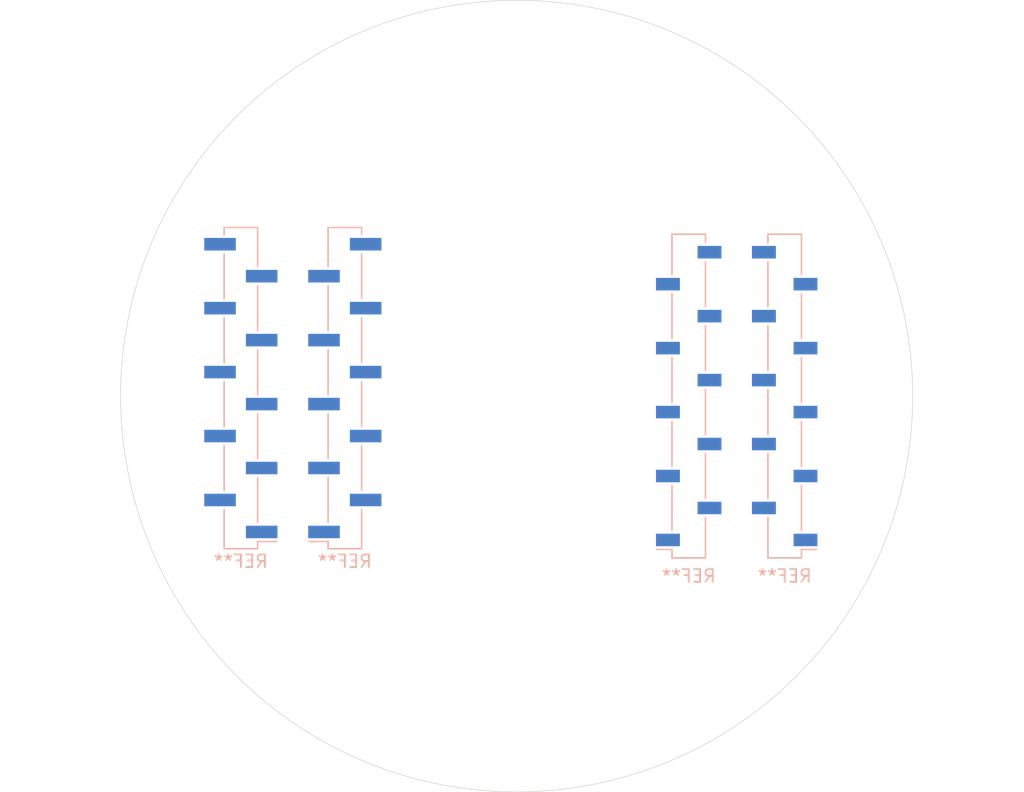
<source format=kicad_pcb>
(kicad_pcb (version 20171130) (host pcbnew 5.1.4-e60b266~84~ubuntu18.04.1)

  (general
    (thickness 1.6)
    (drawings 1)
    (tracks 0)
    (zones 0)
    (modules 4)
    (nets 1)
  )

  (page A4)
  (layers
    (0 F.Cu signal)
    (31 B.Cu signal)
    (32 B.Adhes user)
    (33 F.Adhes user)
    (34 B.Paste user)
    (35 F.Paste user)
    (36 B.SilkS user)
    (37 F.SilkS user)
    (38 B.Mask user)
    (39 F.Mask user)
    (40 Dwgs.User user)
    (41 Cmts.User user)
    (42 Eco1.User user)
    (43 Eco2.User user)
    (44 Edge.Cuts user)
    (45 Margin user)
    (46 B.CrtYd user)
    (47 F.CrtYd user)
    (48 B.Fab user)
    (49 F.Fab user)
  )

  (setup
    (last_trace_width 0.25)
    (trace_clearance 0.2)
    (zone_clearance 0.508)
    (zone_45_only no)
    (trace_min 0.2)
    (via_size 0.8)
    (via_drill 0.4)
    (via_min_size 0.4)
    (via_min_drill 0.3)
    (uvia_size 0.3)
    (uvia_drill 0.1)
    (uvias_allowed no)
    (uvia_min_size 0.2)
    (uvia_min_drill 0.1)
    (edge_width 0.05)
    (segment_width 0.2)
    (pcb_text_width 0.3)
    (pcb_text_size 1.5 1.5)
    (mod_edge_width 0.12)
    (mod_text_size 1 1)
    (mod_text_width 0.15)
    (pad_size 1.524 1.524)
    (pad_drill 0.762)
    (pad_to_mask_clearance 0.051)
    (solder_mask_min_width 0.25)
    (aux_axis_origin 0 0)
    (visible_elements FFFFFF7F)
    (pcbplotparams
      (layerselection 0x010fc_ffffffff)
      (usegerberextensions false)
      (usegerberattributes false)
      (usegerberadvancedattributes false)
      (creategerberjobfile false)
      (excludeedgelayer true)
      (linewidth 0.100000)
      (plotframeref false)
      (viasonmask false)
      (mode 1)
      (useauxorigin false)
      (hpglpennumber 1)
      (hpglpenspeed 20)
      (hpglpendiameter 15.000000)
      (psnegative false)
      (psa4output false)
      (plotreference true)
      (plotvalue true)
      (plotinvisibletext false)
      (padsonsilk false)
      (subtractmaskfromsilk false)
      (outputformat 1)
      (mirror false)
      (drillshape 1)
      (scaleselection 1)
      (outputdirectory ""))
  )

  (net 0 "")

  (net_class Default "This is the default net class."
    (clearance 0.2)
    (trace_width 0.25)
    (via_dia 0.8)
    (via_drill 0.4)
    (uvia_dia 0.3)
    (uvia_drill 0.1)
  )

  (module Connector_PinSocket_2.54mm:PinSocket_1x10_P2.54mm_Vertical_SMD_Pin1Right (layer B.Cu) (tedit 5A19A42F) (tstamp 5DA6A46C)
    (at 178.435 95.25)
    (descr "surface-mounted straight socket strip, 1x10, 2.54mm pitch, single row, style 2 (pin 1 right) (https://cdn.harwin.com/pdfs/M20-786.pdf), script generated")
    (tags "Surface mounted socket strip SMD 1x10 2.54mm single row style2 pin1 right")
    (attr smd)
    (fp_text reference REF** (at 0 14.3) (layer B.SilkS)
      (effects (font (size 1 1) (thickness 0.15)) (justify mirror))
    )
    (fp_text value PinSocket_1x10_P2.54mm_Vertical_SMD_Pin1Right (at 0 -14.3) (layer B.Fab)
      (effects (font (size 1 1) (thickness 0.15)) (justify mirror))
    )
    (fp_text user %R (at 0 0 -90) (layer B.Fab)
      (effects (font (size 1 1) (thickness 0.15)) (justify mirror))
    )
    (fp_line (start -3.1 -13.3) (end -3.1 13.3) (layer B.CrtYd) (width 0.05))
    (fp_line (start 3.1 -13.3) (end -3.1 -13.3) (layer B.CrtYd) (width 0.05))
    (fp_line (start 3.1 13.3) (end 3.1 -13.3) (layer B.CrtYd) (width 0.05))
    (fp_line (start -3.1 13.3) (end 3.1 13.3) (layer B.CrtYd) (width 0.05))
    (fp_line (start -2.27 -11.73) (end -2.27 -11.13) (layer B.Fab) (width 0.1))
    (fp_line (start -1.27 -11.73) (end -2.27 -11.73) (layer B.Fab) (width 0.1))
    (fp_line (start -2.27 -11.13) (end -1.27 -11.13) (layer B.Fab) (width 0.1))
    (fp_line (start 2.27 -9.19) (end 1.27 -9.19) (layer B.Fab) (width 0.1))
    (fp_line (start 2.27 -8.59) (end 2.27 -9.19) (layer B.Fab) (width 0.1))
    (fp_line (start 1.27 -8.59) (end 2.27 -8.59) (layer B.Fab) (width 0.1))
    (fp_line (start -2.27 -6.65) (end -2.27 -6.05) (layer B.Fab) (width 0.1))
    (fp_line (start -1.27 -6.65) (end -2.27 -6.65) (layer B.Fab) (width 0.1))
    (fp_line (start -2.27 -6.05) (end -1.27 -6.05) (layer B.Fab) (width 0.1))
    (fp_line (start 2.27 -4.11) (end 1.27 -4.11) (layer B.Fab) (width 0.1))
    (fp_line (start 2.27 -3.51) (end 2.27 -4.11) (layer B.Fab) (width 0.1))
    (fp_line (start 1.27 -3.51) (end 2.27 -3.51) (layer B.Fab) (width 0.1))
    (fp_line (start -2.27 -1.57) (end -2.27 -0.97) (layer B.Fab) (width 0.1))
    (fp_line (start -1.27 -1.57) (end -2.27 -1.57) (layer B.Fab) (width 0.1))
    (fp_line (start -2.27 -0.97) (end -1.27 -0.97) (layer B.Fab) (width 0.1))
    (fp_line (start 2.27 0.97) (end 1.27 0.97) (layer B.Fab) (width 0.1))
    (fp_line (start 2.27 1.57) (end 2.27 0.97) (layer B.Fab) (width 0.1))
    (fp_line (start 1.27 1.57) (end 2.27 1.57) (layer B.Fab) (width 0.1))
    (fp_line (start -2.27 3.51) (end -2.27 4.11) (layer B.Fab) (width 0.1))
    (fp_line (start -1.27 3.51) (end -2.27 3.51) (layer B.Fab) (width 0.1))
    (fp_line (start -2.27 4.11) (end -1.27 4.11) (layer B.Fab) (width 0.1))
    (fp_line (start 2.27 6.05) (end 1.27 6.05) (layer B.Fab) (width 0.1))
    (fp_line (start 2.27 6.65) (end 2.27 6.05) (layer B.Fab) (width 0.1))
    (fp_line (start 1.27 6.65) (end 2.27 6.65) (layer B.Fab) (width 0.1))
    (fp_line (start -2.27 8.59) (end -2.27 9.19) (layer B.Fab) (width 0.1))
    (fp_line (start -1.27 8.59) (end -2.27 8.59) (layer B.Fab) (width 0.1))
    (fp_line (start -2.27 9.19) (end -1.27 9.19) (layer B.Fab) (width 0.1))
    (fp_line (start 2.27 11.13) (end 1.27 11.13) (layer B.Fab) (width 0.1))
    (fp_line (start 2.27 11.73) (end 2.27 11.13) (layer B.Fab) (width 0.1))
    (fp_line (start 1.27 11.73) (end 2.27 11.73) (layer B.Fab) (width 0.1))
    (fp_line (start -1.27 -12.8) (end -1.27 12.8) (layer B.Fab) (width 0.1))
    (fp_line (start 1.27 -12.8) (end -1.27 -12.8) (layer B.Fab) (width 0.1))
    (fp_line (start 1.27 12.165) (end 1.27 -12.8) (layer B.Fab) (width 0.1))
    (fp_line (start 0.635 12.8) (end 1.27 12.165) (layer B.Fab) (width 0.1))
    (fp_line (start -1.27 12.8) (end 0.635 12.8) (layer B.Fab) (width 0.1))
    (fp_line (start 1.33 12.19) (end 2.54 12.19) (layer B.SilkS) (width 0.12))
    (fp_line (start -1.33 -12.19) (end -1.33 -12.86) (layer B.SilkS) (width 0.12))
    (fp_line (start -1.33 -7.11) (end -1.33 -10.67) (layer B.SilkS) (width 0.12))
    (fp_line (start -1.33 -2.03) (end -1.33 -5.59) (layer B.SilkS) (width 0.12))
    (fp_line (start -1.33 3.05) (end -1.33 -0.51) (layer B.SilkS) (width 0.12))
    (fp_line (start -1.33 8.13) (end -1.33 4.57) (layer B.SilkS) (width 0.12))
    (fp_line (start -1.33 12.86) (end -1.33 9.65) (layer B.SilkS) (width 0.12))
    (fp_line (start -1.33 -12.86) (end 1.33 -12.86) (layer B.SilkS) (width 0.12))
    (fp_line (start 1.33 -9.65) (end 1.33 -12.86) (layer B.SilkS) (width 0.12))
    (fp_line (start 1.33 -4.57) (end 1.33 -8.13) (layer B.SilkS) (width 0.12))
    (fp_line (start 1.33 0.51) (end 1.33 -3.05) (layer B.SilkS) (width 0.12))
    (fp_line (start 1.33 5.59) (end 1.33 2.03) (layer B.SilkS) (width 0.12))
    (fp_line (start 1.33 10.67) (end 1.33 7.11) (layer B.SilkS) (width 0.12))
    (fp_line (start 1.33 12.86) (end 1.33 12.19) (layer B.SilkS) (width 0.12))
    (fp_line (start -1.33 12.86) (end 1.33 12.86) (layer B.SilkS) (width 0.12))
    (pad 9 smd rect (at 1.65 -8.89) (size 1.9 1) (layers B.Cu B.Paste B.Mask))
    (pad 7 smd rect (at 1.65 -3.81) (size 1.9 1) (layers B.Cu B.Paste B.Mask))
    (pad 5 smd rect (at 1.65 1.27) (size 1.9 1) (layers B.Cu B.Paste B.Mask))
    (pad 3 smd rect (at 1.65 6.35) (size 1.9 1) (layers B.Cu B.Paste B.Mask))
    (pad 1 smd rect (at 1.65 11.43) (size 1.9 1) (layers B.Cu B.Paste B.Mask))
    (pad 10 smd rect (at -1.65 -11.43) (size 1.9 1) (layers B.Cu B.Paste B.Mask))
    (pad 8 smd rect (at -1.65 -6.35) (size 1.9 1) (layers B.Cu B.Paste B.Mask))
    (pad 6 smd rect (at -1.65 -1.27) (size 1.9 1) (layers B.Cu B.Paste B.Mask))
    (pad 4 smd rect (at -1.65 3.81) (size 1.9 1) (layers B.Cu B.Paste B.Mask))
    (pad 2 smd rect (at -1.65 8.89) (size 1.9 1) (layers B.Cu B.Paste B.Mask))
    (model ${KISYS3DMOD}/Connector_PinSocket_2.54mm.3dshapes/PinSocket_1x10_P2.54mm_Vertical_SMD_Pin1Right.wrl
      (at (xyz 0 0 0))
      (scale (xyz 1 1 1))
      (rotate (xyz 0 0 0))
    )
  )

  (module Connector_PinHeader_2.54mm:PinHeader_1x10_P2.54mm_Vertical_SMD_Pin1Right (layer B.Cu) (tedit 59FED5CC) (tstamp 5DA6A39F)
    (at 135.255 94.615)
    (descr "surface-mounted straight pin header, 1x10, 2.54mm pitch, single row, style 2 (pin 1 right)")
    (tags "Surface mounted pin header SMD 1x10 2.54mm single row style2 pin1 right")
    (attr smd)
    (fp_text reference REF** (at 0 13.76) (layer B.SilkS)
      (effects (font (size 1 1) (thickness 0.15)) (justify mirror))
    )
    (fp_text value PinHeader_1x10_P2.54mm_Vertical_SMD_Pin1Right (at 0 -13.76) (layer B.Fab)
      (effects (font (size 1 1) (thickness 0.15)) (justify mirror))
    )
    (fp_text user %R (at 0 0 -90) (layer B.Fab)
      (effects (font (size 1 1) (thickness 0.15)) (justify mirror))
    )
    (fp_line (start 3.45 13.2) (end -3.45 13.2) (layer B.CrtYd) (width 0.05))
    (fp_line (start 3.45 -13.2) (end 3.45 13.2) (layer B.CrtYd) (width 0.05))
    (fp_line (start -3.45 -13.2) (end 3.45 -13.2) (layer B.CrtYd) (width 0.05))
    (fp_line (start -3.45 13.2) (end -3.45 -13.2) (layer B.CrtYd) (width 0.05))
    (fp_line (start -1.33 -7.11) (end -1.33 -10.67) (layer B.SilkS) (width 0.12))
    (fp_line (start -1.33 -2.03) (end -1.33 -5.59) (layer B.SilkS) (width 0.12))
    (fp_line (start -1.33 3.05) (end -1.33 -0.51) (layer B.SilkS) (width 0.12))
    (fp_line (start -1.33 8.13) (end -1.33 4.57) (layer B.SilkS) (width 0.12))
    (fp_line (start -1.33 -12.19) (end -1.33 -12.76) (layer B.SilkS) (width 0.12))
    (fp_line (start 1.33 12.76) (end 1.33 12.19) (layer B.SilkS) (width 0.12))
    (fp_line (start 1.33 12.19) (end 2.85 12.19) (layer B.SilkS) (width 0.12))
    (fp_line (start -1.33 12.76) (end -1.33 9.65) (layer B.SilkS) (width 0.12))
    (fp_line (start 1.33 -9.65) (end 1.33 -12.76) (layer B.SilkS) (width 0.12))
    (fp_line (start 1.33 -4.57) (end 1.33 -8.13) (layer B.SilkS) (width 0.12))
    (fp_line (start 1.33 0.51) (end 1.33 -3.05) (layer B.SilkS) (width 0.12))
    (fp_line (start 1.33 5.59) (end 1.33 2.03) (layer B.SilkS) (width 0.12))
    (fp_line (start 1.33 10.67) (end 1.33 7.11) (layer B.SilkS) (width 0.12))
    (fp_line (start -1.33 -12.76) (end 1.33 -12.76) (layer B.SilkS) (width 0.12))
    (fp_line (start -1.33 12.76) (end 1.33 12.76) (layer B.SilkS) (width 0.12))
    (fp_line (start 2.54 -9.21) (end 1.27 -9.21) (layer B.Fab) (width 0.1))
    (fp_line (start 2.54 -8.57) (end 2.54 -9.21) (layer B.Fab) (width 0.1))
    (fp_line (start 1.27 -8.57) (end 2.54 -8.57) (layer B.Fab) (width 0.1))
    (fp_line (start 2.54 -4.13) (end 1.27 -4.13) (layer B.Fab) (width 0.1))
    (fp_line (start 2.54 -3.49) (end 2.54 -4.13) (layer B.Fab) (width 0.1))
    (fp_line (start 1.27 -3.49) (end 2.54 -3.49) (layer B.Fab) (width 0.1))
    (fp_line (start 2.54 0.95) (end 1.27 0.95) (layer B.Fab) (width 0.1))
    (fp_line (start 2.54 1.59) (end 2.54 0.95) (layer B.Fab) (width 0.1))
    (fp_line (start 1.27 1.59) (end 2.54 1.59) (layer B.Fab) (width 0.1))
    (fp_line (start 2.54 6.03) (end 1.27 6.03) (layer B.Fab) (width 0.1))
    (fp_line (start 2.54 6.67) (end 2.54 6.03) (layer B.Fab) (width 0.1))
    (fp_line (start 1.27 6.67) (end 2.54 6.67) (layer B.Fab) (width 0.1))
    (fp_line (start 2.54 11.11) (end 1.27 11.11) (layer B.Fab) (width 0.1))
    (fp_line (start 2.54 11.75) (end 2.54 11.11) (layer B.Fab) (width 0.1))
    (fp_line (start 1.27 11.75) (end 2.54 11.75) (layer B.Fab) (width 0.1))
    (fp_line (start -2.54 -11.75) (end -1.27 -11.75) (layer B.Fab) (width 0.1))
    (fp_line (start -2.54 -11.11) (end -2.54 -11.75) (layer B.Fab) (width 0.1))
    (fp_line (start -1.27 -11.11) (end -2.54 -11.11) (layer B.Fab) (width 0.1))
    (fp_line (start -2.54 -6.67) (end -1.27 -6.67) (layer B.Fab) (width 0.1))
    (fp_line (start -2.54 -6.03) (end -2.54 -6.67) (layer B.Fab) (width 0.1))
    (fp_line (start -1.27 -6.03) (end -2.54 -6.03) (layer B.Fab) (width 0.1))
    (fp_line (start -2.54 -1.59) (end -1.27 -1.59) (layer B.Fab) (width 0.1))
    (fp_line (start -2.54 -0.95) (end -2.54 -1.59) (layer B.Fab) (width 0.1))
    (fp_line (start -1.27 -0.95) (end -2.54 -0.95) (layer B.Fab) (width 0.1))
    (fp_line (start -2.54 3.49) (end -1.27 3.49) (layer B.Fab) (width 0.1))
    (fp_line (start -2.54 4.13) (end -2.54 3.49) (layer B.Fab) (width 0.1))
    (fp_line (start -1.27 4.13) (end -2.54 4.13) (layer B.Fab) (width 0.1))
    (fp_line (start -2.54 8.57) (end -1.27 8.57) (layer B.Fab) (width 0.1))
    (fp_line (start -2.54 9.21) (end -2.54 8.57) (layer B.Fab) (width 0.1))
    (fp_line (start -1.27 9.21) (end -2.54 9.21) (layer B.Fab) (width 0.1))
    (fp_line (start -1.27 12.7) (end -1.27 -12.7) (layer B.Fab) (width 0.1))
    (fp_line (start 1.27 11.75) (end 0.32 12.7) (layer B.Fab) (width 0.1))
    (fp_line (start 1.27 -12.7) (end 1.27 11.75) (layer B.Fab) (width 0.1))
    (fp_line (start -1.27 12.7) (end 0.32 12.7) (layer B.Fab) (width 0.1))
    (fp_line (start 1.27 -12.7) (end -1.27 -12.7) (layer B.Fab) (width 0.1))
    (pad 9 smd rect (at 1.655 -8.89) (size 2.51 1) (layers B.Cu B.Paste B.Mask))
    (pad 7 smd rect (at 1.655 -3.81) (size 2.51 1) (layers B.Cu B.Paste B.Mask))
    (pad 5 smd rect (at 1.655 1.27) (size 2.51 1) (layers B.Cu B.Paste B.Mask))
    (pad 3 smd rect (at 1.655 6.35) (size 2.51 1) (layers B.Cu B.Paste B.Mask))
    (pad 1 smd rect (at 1.655 11.43) (size 2.51 1) (layers B.Cu B.Paste B.Mask))
    (pad 10 smd rect (at -1.655 -11.43) (size 2.51 1) (layers B.Cu B.Paste B.Mask))
    (pad 8 smd rect (at -1.655 -6.35) (size 2.51 1) (layers B.Cu B.Paste B.Mask))
    (pad 6 smd rect (at -1.655 -1.27) (size 2.51 1) (layers B.Cu B.Paste B.Mask))
    (pad 4 smd rect (at -1.655 3.81) (size 2.51 1) (layers B.Cu B.Paste B.Mask))
    (pad 2 smd rect (at -1.655 8.89) (size 2.51 1) (layers B.Cu B.Paste B.Mask))
    (model ${KISYS3DMOD}/Connector_PinHeader_2.54mm.3dshapes/PinHeader_1x10_P2.54mm_Vertical_SMD_Pin1Right.wrl
      (at (xyz 0 0 0))
      (scale (xyz 1 1 1))
      (rotate (xyz 0 0 0))
    )
  )

  (module Connector_PinSocket_2.54mm:PinSocket_1x10_P2.54mm_Vertical_SMD_Pin1Left (layer B.Cu) (tedit 5A19A422) (tstamp 5DA6A200)
    (at 170.815 95.25)
    (descr "surface-mounted straight socket strip, 1x10, 2.54mm pitch, single row, style 1 (pin 1 left) (https://cdn.harwin.com/pdfs/M20-786.pdf), script generated")
    (tags "Surface mounted socket strip SMD 1x10 2.54mm single row style1 pin1 left")
    (attr smd)
    (fp_text reference REF** (at 0 14.3) (layer B.SilkS)
      (effects (font (size 1 1) (thickness 0.15)) (justify mirror))
    )
    (fp_text value PinSocket_1x10_P2.54mm_Vertical_SMD_Pin1Left (at 0 -14.3) (layer B.Fab)
      (effects (font (size 1 1) (thickness 0.15)) (justify mirror))
    )
    (fp_text user %R (at 0 0 -90) (layer B.Fab)
      (effects (font (size 1 1) (thickness 0.15)) (justify mirror))
    )
    (fp_line (start -3.1 -13.3) (end -3.1 13.3) (layer B.CrtYd) (width 0.05))
    (fp_line (start 3.1 -13.3) (end -3.1 -13.3) (layer B.CrtYd) (width 0.05))
    (fp_line (start 3.1 13.3) (end 3.1 -13.3) (layer B.CrtYd) (width 0.05))
    (fp_line (start -3.1 13.3) (end 3.1 13.3) (layer B.CrtYd) (width 0.05))
    (fp_line (start 2.27 -11.73) (end 1.27 -11.73) (layer B.Fab) (width 0.1))
    (fp_line (start 2.27 -11.13) (end 2.27 -11.73) (layer B.Fab) (width 0.1))
    (fp_line (start 1.27 -11.13) (end 2.27 -11.13) (layer B.Fab) (width 0.1))
    (fp_line (start -2.27 -9.19) (end -2.27 -8.59) (layer B.Fab) (width 0.1))
    (fp_line (start -1.27 -9.19) (end -2.27 -9.19) (layer B.Fab) (width 0.1))
    (fp_line (start -2.27 -8.59) (end -1.27 -8.59) (layer B.Fab) (width 0.1))
    (fp_line (start 2.27 -6.65) (end 1.27 -6.65) (layer B.Fab) (width 0.1))
    (fp_line (start 2.27 -6.05) (end 2.27 -6.65) (layer B.Fab) (width 0.1))
    (fp_line (start 1.27 -6.05) (end 2.27 -6.05) (layer B.Fab) (width 0.1))
    (fp_line (start -2.27 -4.11) (end -2.27 -3.51) (layer B.Fab) (width 0.1))
    (fp_line (start -1.27 -4.11) (end -2.27 -4.11) (layer B.Fab) (width 0.1))
    (fp_line (start -2.27 -3.51) (end -1.27 -3.51) (layer B.Fab) (width 0.1))
    (fp_line (start 2.27 -1.57) (end 1.27 -1.57) (layer B.Fab) (width 0.1))
    (fp_line (start 2.27 -0.97) (end 2.27 -1.57) (layer B.Fab) (width 0.1))
    (fp_line (start 1.27 -0.97) (end 2.27 -0.97) (layer B.Fab) (width 0.1))
    (fp_line (start -2.27 0.97) (end -2.27 1.57) (layer B.Fab) (width 0.1))
    (fp_line (start -1.27 0.97) (end -2.27 0.97) (layer B.Fab) (width 0.1))
    (fp_line (start -2.27 1.57) (end -1.27 1.57) (layer B.Fab) (width 0.1))
    (fp_line (start 2.27 3.51) (end 1.27 3.51) (layer B.Fab) (width 0.1))
    (fp_line (start 2.27 4.11) (end 2.27 3.51) (layer B.Fab) (width 0.1))
    (fp_line (start 1.27 4.11) (end 2.27 4.11) (layer B.Fab) (width 0.1))
    (fp_line (start -2.27 6.05) (end -2.27 6.65) (layer B.Fab) (width 0.1))
    (fp_line (start -1.27 6.05) (end -2.27 6.05) (layer B.Fab) (width 0.1))
    (fp_line (start -2.27 6.65) (end -1.27 6.65) (layer B.Fab) (width 0.1))
    (fp_line (start 2.27 8.59) (end 1.27 8.59) (layer B.Fab) (width 0.1))
    (fp_line (start 2.27 9.19) (end 2.27 8.59) (layer B.Fab) (width 0.1))
    (fp_line (start 1.27 9.19) (end 2.27 9.19) (layer B.Fab) (width 0.1))
    (fp_line (start -2.27 11.13) (end -2.27 11.73) (layer B.Fab) (width 0.1))
    (fp_line (start -1.27 11.13) (end -2.27 11.13) (layer B.Fab) (width 0.1))
    (fp_line (start -2.27 11.73) (end -1.27 11.73) (layer B.Fab) (width 0.1))
    (fp_line (start -1.27 12.165) (end -0.635 12.8) (layer B.Fab) (width 0.1))
    (fp_line (start -1.27 -12.8) (end -1.27 12.165) (layer B.Fab) (width 0.1))
    (fp_line (start 1.27 -12.8) (end -1.27 -12.8) (layer B.Fab) (width 0.1))
    (fp_line (start 1.27 12.8) (end 1.27 -12.8) (layer B.Fab) (width 0.1))
    (fp_line (start -0.635 12.8) (end 1.27 12.8) (layer B.Fab) (width 0.1))
    (fp_line (start -2.54 12.19) (end -1.33 12.19) (layer B.SilkS) (width 0.12))
    (fp_line (start -1.33 -9.65) (end -1.33 -12.86) (layer B.SilkS) (width 0.12))
    (fp_line (start -1.33 -4.57) (end -1.33 -8.13) (layer B.SilkS) (width 0.12))
    (fp_line (start -1.33 0.51) (end -1.33 -3.05) (layer B.SilkS) (width 0.12))
    (fp_line (start -1.33 5.59) (end -1.33 2.03) (layer B.SilkS) (width 0.12))
    (fp_line (start -1.33 10.67) (end -1.33 7.11) (layer B.SilkS) (width 0.12))
    (fp_line (start -1.33 12.86) (end -1.33 12.19) (layer B.SilkS) (width 0.12))
    (fp_line (start -1.33 -12.86) (end 1.33 -12.86) (layer B.SilkS) (width 0.12))
    (fp_line (start 1.33 -12.19) (end 1.33 -12.86) (layer B.SilkS) (width 0.12))
    (fp_line (start 1.33 -7.11) (end 1.33 -10.67) (layer B.SilkS) (width 0.12))
    (fp_line (start 1.33 -2.03) (end 1.33 -5.59) (layer B.SilkS) (width 0.12))
    (fp_line (start 1.33 3.05) (end 1.33 -0.51) (layer B.SilkS) (width 0.12))
    (fp_line (start 1.33 8.13) (end 1.33 4.57) (layer B.SilkS) (width 0.12))
    (fp_line (start 1.33 12.86) (end 1.33 9.65) (layer B.SilkS) (width 0.12))
    (fp_line (start -1.33 12.86) (end 1.33 12.86) (layer B.SilkS) (width 0.12))
    (pad 10 smd rect (at 1.65 -11.43) (size 1.9 1) (layers B.Cu B.Paste B.Mask))
    (pad 8 smd rect (at 1.65 -6.35) (size 1.9 1) (layers B.Cu B.Paste B.Mask))
    (pad 6 smd rect (at 1.65 -1.27) (size 1.9 1) (layers B.Cu B.Paste B.Mask))
    (pad 4 smd rect (at 1.65 3.81) (size 1.9 1) (layers B.Cu B.Paste B.Mask))
    (pad 2 smd rect (at 1.65 8.89) (size 1.9 1) (layers B.Cu B.Paste B.Mask))
    (pad 9 smd rect (at -1.65 -8.89) (size 1.9 1) (layers B.Cu B.Paste B.Mask))
    (pad 7 smd rect (at -1.65 -3.81) (size 1.9 1) (layers B.Cu B.Paste B.Mask))
    (pad 5 smd rect (at -1.65 1.27) (size 1.9 1) (layers B.Cu B.Paste B.Mask))
    (pad 3 smd rect (at -1.65 6.35) (size 1.9 1) (layers B.Cu B.Paste B.Mask))
    (pad 1 smd rect (at -1.65 11.43) (size 1.9 1) (layers B.Cu B.Paste B.Mask))
    (model ${KISYS3DMOD}/Connector_PinSocket_2.54mm.3dshapes/PinSocket_1x10_P2.54mm_Vertical_SMD_Pin1Left.wrl
      (at (xyz 0 0 0))
      (scale (xyz 1 1 1))
      (rotate (xyz 0 0 0))
    )
  )

  (module Connector_PinHeader_2.54mm:PinHeader_1x10_P2.54mm_Vertical_SMD_Pin1Left (layer B.Cu) (tedit 59FED5CC) (tstamp 5DA6A0B5)
    (at 143.51 94.615)
    (descr "surface-mounted straight pin header, 1x10, 2.54mm pitch, single row, style 1 (pin 1 left)")
    (tags "Surface mounted pin header SMD 1x10 2.54mm single row style1 pin1 left")
    (attr smd)
    (fp_text reference REF** (at 0 13.76) (layer B.SilkS)
      (effects (font (size 1 1) (thickness 0.15)) (justify mirror))
    )
    (fp_text value PinHeader_1x10_P2.54mm_Vertical_SMD_Pin1Left (at 0 -13.76) (layer B.Fab)
      (effects (font (size 1 1) (thickness 0.15)) (justify mirror))
    )
    (fp_text user %R (at 0 0 90) (layer F.Fab)
      (effects (font (size 1 1) (thickness 0.15)))
    )
    (fp_line (start 3.45 13.2) (end -3.45 13.2) (layer B.CrtYd) (width 0.05))
    (fp_line (start 3.45 -13.2) (end 3.45 13.2) (layer B.CrtYd) (width 0.05))
    (fp_line (start -3.45 -13.2) (end 3.45 -13.2) (layer B.CrtYd) (width 0.05))
    (fp_line (start -3.45 13.2) (end -3.45 -13.2) (layer B.CrtYd) (width 0.05))
    (fp_line (start -1.33 -9.65) (end -1.33 -12.76) (layer B.SilkS) (width 0.12))
    (fp_line (start -1.33 -4.57) (end -1.33 -8.13) (layer B.SilkS) (width 0.12))
    (fp_line (start -1.33 0.51) (end -1.33 -3.05) (layer B.SilkS) (width 0.12))
    (fp_line (start -1.33 5.59) (end -1.33 2.03) (layer B.SilkS) (width 0.12))
    (fp_line (start -1.33 10.67) (end -1.33 7.11) (layer B.SilkS) (width 0.12))
    (fp_line (start 1.33 -7.11) (end 1.33 -10.67) (layer B.SilkS) (width 0.12))
    (fp_line (start 1.33 -2.03) (end 1.33 -5.59) (layer B.SilkS) (width 0.12))
    (fp_line (start 1.33 3.05) (end 1.33 -0.51) (layer B.SilkS) (width 0.12))
    (fp_line (start 1.33 8.13) (end 1.33 4.57) (layer B.SilkS) (width 0.12))
    (fp_line (start 1.33 -12.19) (end 1.33 -12.76) (layer B.SilkS) (width 0.12))
    (fp_line (start -1.33 12.76) (end -1.33 12.19) (layer B.SilkS) (width 0.12))
    (fp_line (start -1.33 12.19) (end -2.85 12.19) (layer B.SilkS) (width 0.12))
    (fp_line (start 1.33 12.76) (end 1.33 9.65) (layer B.SilkS) (width 0.12))
    (fp_line (start -1.33 -12.76) (end 1.33 -12.76) (layer B.SilkS) (width 0.12))
    (fp_line (start -1.33 12.76) (end 1.33 12.76) (layer B.SilkS) (width 0.12))
    (fp_line (start 2.54 -11.75) (end 1.27 -11.75) (layer B.Fab) (width 0.1))
    (fp_line (start 2.54 -11.11) (end 2.54 -11.75) (layer B.Fab) (width 0.1))
    (fp_line (start 1.27 -11.11) (end 2.54 -11.11) (layer B.Fab) (width 0.1))
    (fp_line (start 2.54 -6.67) (end 1.27 -6.67) (layer B.Fab) (width 0.1))
    (fp_line (start 2.54 -6.03) (end 2.54 -6.67) (layer B.Fab) (width 0.1))
    (fp_line (start 1.27 -6.03) (end 2.54 -6.03) (layer B.Fab) (width 0.1))
    (fp_line (start 2.54 -1.59) (end 1.27 -1.59) (layer B.Fab) (width 0.1))
    (fp_line (start 2.54 -0.95) (end 2.54 -1.59) (layer B.Fab) (width 0.1))
    (fp_line (start 1.27 -0.95) (end 2.54 -0.95) (layer B.Fab) (width 0.1))
    (fp_line (start 2.54 3.49) (end 1.27 3.49) (layer B.Fab) (width 0.1))
    (fp_line (start 2.54 4.13) (end 2.54 3.49) (layer B.Fab) (width 0.1))
    (fp_line (start 1.27 4.13) (end 2.54 4.13) (layer B.Fab) (width 0.1))
    (fp_line (start 2.54 8.57) (end 1.27 8.57) (layer B.Fab) (width 0.1))
    (fp_line (start 2.54 9.21) (end 2.54 8.57) (layer B.Fab) (width 0.1))
    (fp_line (start 1.27 9.21) (end 2.54 9.21) (layer B.Fab) (width 0.1))
    (fp_line (start -2.54 -9.21) (end -1.27 -9.21) (layer B.Fab) (width 0.1))
    (fp_line (start -2.54 -8.57) (end -2.54 -9.21) (layer B.Fab) (width 0.1))
    (fp_line (start -1.27 -8.57) (end -2.54 -8.57) (layer B.Fab) (width 0.1))
    (fp_line (start -2.54 -4.13) (end -1.27 -4.13) (layer B.Fab) (width 0.1))
    (fp_line (start -2.54 -3.49) (end -2.54 -4.13) (layer B.Fab) (width 0.1))
    (fp_line (start -1.27 -3.49) (end -2.54 -3.49) (layer B.Fab) (width 0.1))
    (fp_line (start -2.54 0.95) (end -1.27 0.95) (layer B.Fab) (width 0.1))
    (fp_line (start -2.54 1.59) (end -2.54 0.95) (layer B.Fab) (width 0.1))
    (fp_line (start -1.27 1.59) (end -2.54 1.59) (layer B.Fab) (width 0.1))
    (fp_line (start -2.54 6.03) (end -1.27 6.03) (layer B.Fab) (width 0.1))
    (fp_line (start -2.54 6.67) (end -2.54 6.03) (layer B.Fab) (width 0.1))
    (fp_line (start -1.27 6.67) (end -2.54 6.67) (layer B.Fab) (width 0.1))
    (fp_line (start -2.54 11.11) (end -1.27 11.11) (layer B.Fab) (width 0.1))
    (fp_line (start -2.54 11.75) (end -2.54 11.11) (layer B.Fab) (width 0.1))
    (fp_line (start -1.27 11.75) (end -2.54 11.75) (layer B.Fab) (width 0.1))
    (fp_line (start 1.27 12.7) (end 1.27 -12.7) (layer B.Fab) (width 0.1))
    (fp_line (start -1.27 11.75) (end -0.32 12.7) (layer B.Fab) (width 0.1))
    (fp_line (start -1.27 -12.7) (end -1.27 11.75) (layer B.Fab) (width 0.1))
    (fp_line (start -0.32 12.7) (end 1.27 12.7) (layer B.Fab) (width 0.1))
    (fp_line (start 1.27 -12.7) (end -1.27 -12.7) (layer B.Fab) (width 0.1))
    (pad 10 smd rect (at 1.655 -11.43) (size 2.51 1) (layers B.Cu B.Paste B.Mask))
    (pad 8 smd rect (at 1.655 -6.35) (size 2.51 1) (layers B.Cu B.Paste B.Mask))
    (pad 6 smd rect (at 1.655 -1.27) (size 2.51 1) (layers B.Cu B.Paste B.Mask))
    (pad 4 smd rect (at 1.655 3.81) (size 2.51 1) (layers B.Cu B.Paste B.Mask))
    (pad 2 smd rect (at 1.655 8.89) (size 2.51 1) (layers B.Cu B.Paste B.Mask))
    (pad 9 smd rect (at -1.655 -8.89) (size 2.51 1) (layers B.Cu B.Paste B.Mask))
    (pad 7 smd rect (at -1.655 -3.81) (size 2.51 1) (layers B.Cu B.Paste B.Mask))
    (pad 5 smd rect (at -1.655 1.27) (size 2.51 1) (layers B.Cu B.Paste B.Mask))
    (pad 3 smd rect (at -1.655 6.35) (size 2.51 1) (layers B.Cu B.Paste B.Mask))
    (pad 1 smd rect (at -1.655 11.43) (size 2.51 1) (layers B.Cu B.Paste B.Mask))
    (model ${KISYS3DMOD}/Connector_PinHeader_2.54mm.3dshapes/PinHeader_1x10_P2.54mm_Vertical_SMD_Pin1Left.wrl
      (at (xyz 0 0 0))
      (scale (xyz 1 1 1))
      (rotate (xyz 0 0 0))
    )
  )

  (gr_circle (center 157.151278 95.25) (end 180.011278 116.84) (layer Edge.Cuts) (width 0.05))

)

</source>
